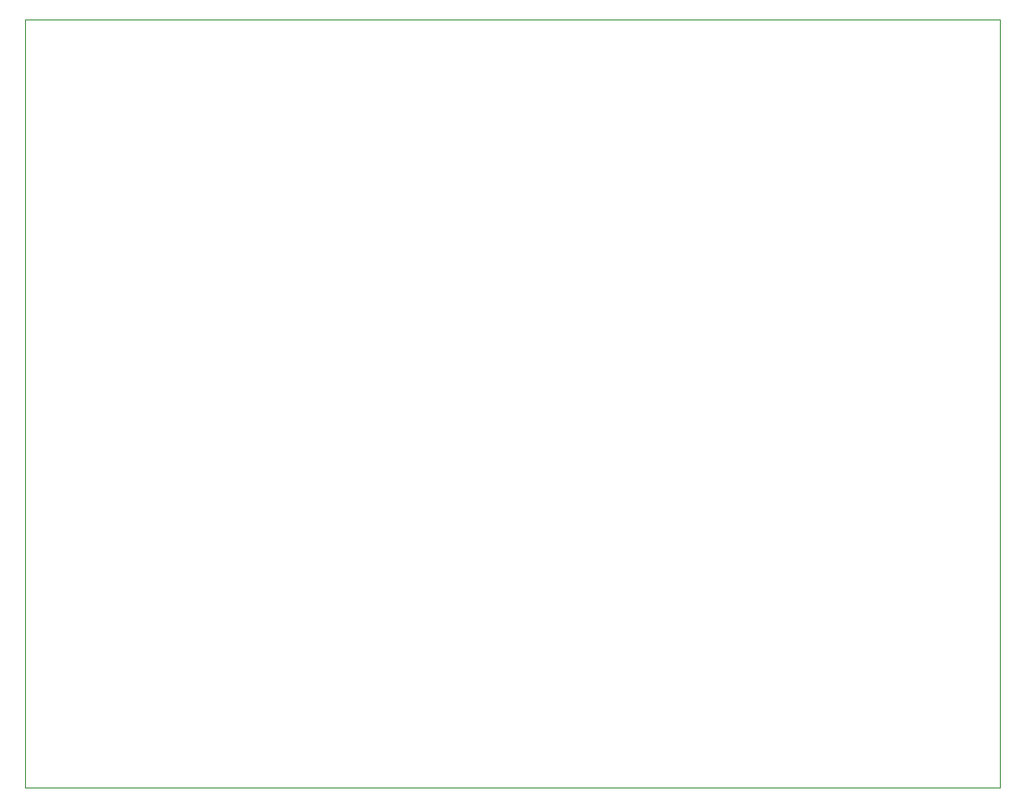
<source format=gbr>
%TF.GenerationSoftware,KiCad,Pcbnew,8.0.0*%
%TF.CreationDate,2025-05-22T18:52:03+02:00*%
%TF.ProjectId,Regul_Temp_L432KC,52656775-6c5f-4546-956d-705f4c343332,rev?*%
%TF.SameCoordinates,Original*%
%TF.FileFunction,Profile,NP*%
%FSLAX46Y46*%
G04 Gerber Fmt 4.6, Leading zero omitted, Abs format (unit mm)*
G04 Created by KiCad (PCBNEW 8.0.0) date 2025-05-22 18:52:03*
%MOMM*%
%LPD*%
G01*
G04 APERTURE LIST*
%TA.AperFunction,Profile*%
%ADD10C,0.050000*%
%TD*%
G04 APERTURE END LIST*
D10*
X177800000Y-84886000D02*
X266700000Y-84886000D01*
X266700000Y-155000000D01*
X177800000Y-155000000D01*
X177800000Y-84886000D01*
M02*

</source>
